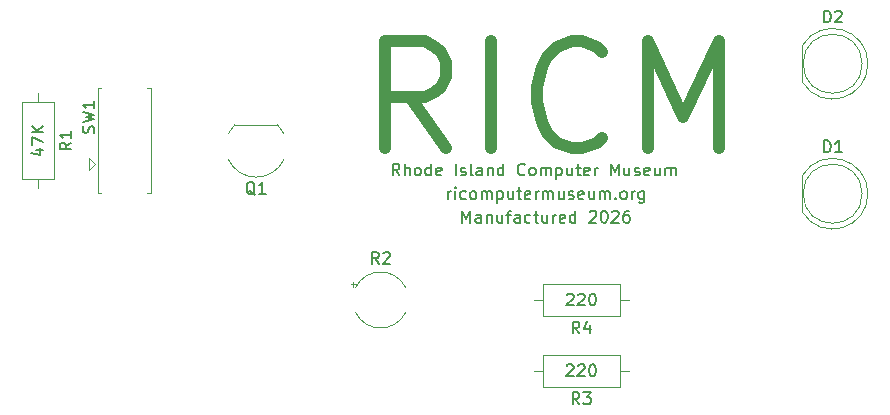
<source format=gbr>
%TF.GenerationSoftware,KiCad,Pcbnew,9.0.4*%
%TF.CreationDate,2026-01-28T21:56:10-05:00*%
%TF.ProjectId,learn_to_solder,6c656172-6e5f-4746-9f5f-736f6c646572,rev?*%
%TF.SameCoordinates,Original*%
%TF.FileFunction,Legend,Top*%
%TF.FilePolarity,Positive*%
%FSLAX46Y46*%
G04 Gerber Fmt 4.6, Leading zero omitted, Abs format (unit mm)*
G04 Created by KiCad (PCBNEW 9.0.4) date 2026-01-28 21:56:10*
%MOMM*%
%LPD*%
G01*
G04 APERTURE LIST*
%ADD10C,1.000000*%
%ADD11C,0.150000*%
%ADD12C,0.120000*%
G04 APERTURE END LIST*
D10*
X121500000Y-76111571D02*
X118500000Y-71825857D01*
X116357143Y-76111571D02*
X116357143Y-67111571D01*
X116357143Y-67111571D02*
X119785714Y-67111571D01*
X119785714Y-67111571D02*
X120642857Y-67540142D01*
X120642857Y-67540142D02*
X121071428Y-67968714D01*
X121071428Y-67968714D02*
X121500000Y-68825857D01*
X121500000Y-68825857D02*
X121500000Y-70111571D01*
X121500000Y-70111571D02*
X121071428Y-70968714D01*
X121071428Y-70968714D02*
X120642857Y-71397285D01*
X120642857Y-71397285D02*
X119785714Y-71825857D01*
X119785714Y-71825857D02*
X116357143Y-71825857D01*
X125357143Y-76111571D02*
X125357143Y-67111571D01*
X134785714Y-75254428D02*
X134357142Y-75683000D01*
X134357142Y-75683000D02*
X133071428Y-76111571D01*
X133071428Y-76111571D02*
X132214285Y-76111571D01*
X132214285Y-76111571D02*
X130928571Y-75683000D01*
X130928571Y-75683000D02*
X130071428Y-74825857D01*
X130071428Y-74825857D02*
X129642857Y-73968714D01*
X129642857Y-73968714D02*
X129214285Y-72254428D01*
X129214285Y-72254428D02*
X129214285Y-70968714D01*
X129214285Y-70968714D02*
X129642857Y-69254428D01*
X129642857Y-69254428D02*
X130071428Y-68397285D01*
X130071428Y-68397285D02*
X130928571Y-67540142D01*
X130928571Y-67540142D02*
X132214285Y-67111571D01*
X132214285Y-67111571D02*
X133071428Y-67111571D01*
X133071428Y-67111571D02*
X134357142Y-67540142D01*
X134357142Y-67540142D02*
X134785714Y-67968714D01*
X138642857Y-76111571D02*
X138642857Y-67111571D01*
X138642857Y-67111571D02*
X141642857Y-73540142D01*
X141642857Y-73540142D02*
X144642857Y-67111571D01*
X144642857Y-67111571D02*
X144642857Y-76111571D01*
D11*
X131761905Y-88550057D02*
X131809524Y-88502438D01*
X131809524Y-88502438D02*
X131904762Y-88454819D01*
X131904762Y-88454819D02*
X132142857Y-88454819D01*
X132142857Y-88454819D02*
X132238095Y-88502438D01*
X132238095Y-88502438D02*
X132285714Y-88550057D01*
X132285714Y-88550057D02*
X132333333Y-88645295D01*
X132333333Y-88645295D02*
X132333333Y-88740533D01*
X132333333Y-88740533D02*
X132285714Y-88883390D01*
X132285714Y-88883390D02*
X131714286Y-89454819D01*
X131714286Y-89454819D02*
X132333333Y-89454819D01*
X132714286Y-88550057D02*
X132761905Y-88502438D01*
X132761905Y-88502438D02*
X132857143Y-88454819D01*
X132857143Y-88454819D02*
X133095238Y-88454819D01*
X133095238Y-88454819D02*
X133190476Y-88502438D01*
X133190476Y-88502438D02*
X133238095Y-88550057D01*
X133238095Y-88550057D02*
X133285714Y-88645295D01*
X133285714Y-88645295D02*
X133285714Y-88740533D01*
X133285714Y-88740533D02*
X133238095Y-88883390D01*
X133238095Y-88883390D02*
X132666667Y-89454819D01*
X132666667Y-89454819D02*
X133285714Y-89454819D01*
X133904762Y-88454819D02*
X134000000Y-88454819D01*
X134000000Y-88454819D02*
X134095238Y-88502438D01*
X134095238Y-88502438D02*
X134142857Y-88550057D01*
X134142857Y-88550057D02*
X134190476Y-88645295D01*
X134190476Y-88645295D02*
X134238095Y-88835771D01*
X134238095Y-88835771D02*
X134238095Y-89073866D01*
X134238095Y-89073866D02*
X134190476Y-89264342D01*
X134190476Y-89264342D02*
X134142857Y-89359580D01*
X134142857Y-89359580D02*
X134095238Y-89407200D01*
X134095238Y-89407200D02*
X134000000Y-89454819D01*
X134000000Y-89454819D02*
X133904762Y-89454819D01*
X133904762Y-89454819D02*
X133809524Y-89407200D01*
X133809524Y-89407200D02*
X133761905Y-89359580D01*
X133761905Y-89359580D02*
X133714286Y-89264342D01*
X133714286Y-89264342D02*
X133666667Y-89073866D01*
X133666667Y-89073866D02*
X133666667Y-88835771D01*
X133666667Y-88835771D02*
X133714286Y-88645295D01*
X133714286Y-88645295D02*
X133761905Y-88550057D01*
X133761905Y-88550057D02*
X133809524Y-88502438D01*
X133809524Y-88502438D02*
X133904762Y-88454819D01*
X86788152Y-76285714D02*
X87454819Y-76285714D01*
X86407200Y-76523809D02*
X87121485Y-76761904D01*
X87121485Y-76761904D02*
X87121485Y-76142857D01*
X86454819Y-75857142D02*
X86454819Y-75190476D01*
X86454819Y-75190476D02*
X87454819Y-75619047D01*
X87454819Y-74809523D02*
X86454819Y-74809523D01*
X87454819Y-74238095D02*
X86883390Y-74666666D01*
X86454819Y-74238095D02*
X87026247Y-74809523D01*
X131761905Y-94550057D02*
X131809524Y-94502438D01*
X131809524Y-94502438D02*
X131904762Y-94454819D01*
X131904762Y-94454819D02*
X132142857Y-94454819D01*
X132142857Y-94454819D02*
X132238095Y-94502438D01*
X132238095Y-94502438D02*
X132285714Y-94550057D01*
X132285714Y-94550057D02*
X132333333Y-94645295D01*
X132333333Y-94645295D02*
X132333333Y-94740533D01*
X132333333Y-94740533D02*
X132285714Y-94883390D01*
X132285714Y-94883390D02*
X131714286Y-95454819D01*
X131714286Y-95454819D02*
X132333333Y-95454819D01*
X132714286Y-94550057D02*
X132761905Y-94502438D01*
X132761905Y-94502438D02*
X132857143Y-94454819D01*
X132857143Y-94454819D02*
X133095238Y-94454819D01*
X133095238Y-94454819D02*
X133190476Y-94502438D01*
X133190476Y-94502438D02*
X133238095Y-94550057D01*
X133238095Y-94550057D02*
X133285714Y-94645295D01*
X133285714Y-94645295D02*
X133285714Y-94740533D01*
X133285714Y-94740533D02*
X133238095Y-94883390D01*
X133238095Y-94883390D02*
X132666667Y-95454819D01*
X132666667Y-95454819D02*
X133285714Y-95454819D01*
X133904762Y-94454819D02*
X134000000Y-94454819D01*
X134000000Y-94454819D02*
X134095238Y-94502438D01*
X134095238Y-94502438D02*
X134142857Y-94550057D01*
X134142857Y-94550057D02*
X134190476Y-94645295D01*
X134190476Y-94645295D02*
X134238095Y-94835771D01*
X134238095Y-94835771D02*
X134238095Y-95073866D01*
X134238095Y-95073866D02*
X134190476Y-95264342D01*
X134190476Y-95264342D02*
X134142857Y-95359580D01*
X134142857Y-95359580D02*
X134095238Y-95407200D01*
X134095238Y-95407200D02*
X134000000Y-95454819D01*
X134000000Y-95454819D02*
X133904762Y-95454819D01*
X133904762Y-95454819D02*
X133809524Y-95407200D01*
X133809524Y-95407200D02*
X133761905Y-95359580D01*
X133761905Y-95359580D02*
X133714286Y-95264342D01*
X133714286Y-95264342D02*
X133666667Y-95073866D01*
X133666667Y-95073866D02*
X133666667Y-94835771D01*
X133666667Y-94835771D02*
X133714286Y-94645295D01*
X133714286Y-94645295D02*
X133761905Y-94550057D01*
X133761905Y-94550057D02*
X133809524Y-94502438D01*
X133809524Y-94502438D02*
X133904762Y-94454819D01*
X122928570Y-82454819D02*
X122928570Y-81454819D01*
X122928570Y-81454819D02*
X123261903Y-82169104D01*
X123261903Y-82169104D02*
X123595236Y-81454819D01*
X123595236Y-81454819D02*
X123595236Y-82454819D01*
X124499998Y-82454819D02*
X124499998Y-81931009D01*
X124499998Y-81931009D02*
X124452379Y-81835771D01*
X124452379Y-81835771D02*
X124357141Y-81788152D01*
X124357141Y-81788152D02*
X124166665Y-81788152D01*
X124166665Y-81788152D02*
X124071427Y-81835771D01*
X124499998Y-82407200D02*
X124404760Y-82454819D01*
X124404760Y-82454819D02*
X124166665Y-82454819D01*
X124166665Y-82454819D02*
X124071427Y-82407200D01*
X124071427Y-82407200D02*
X124023808Y-82311961D01*
X124023808Y-82311961D02*
X124023808Y-82216723D01*
X124023808Y-82216723D02*
X124071427Y-82121485D01*
X124071427Y-82121485D02*
X124166665Y-82073866D01*
X124166665Y-82073866D02*
X124404760Y-82073866D01*
X124404760Y-82073866D02*
X124499998Y-82026247D01*
X124976189Y-81788152D02*
X124976189Y-82454819D01*
X124976189Y-81883390D02*
X125023808Y-81835771D01*
X125023808Y-81835771D02*
X125119046Y-81788152D01*
X125119046Y-81788152D02*
X125261903Y-81788152D01*
X125261903Y-81788152D02*
X125357141Y-81835771D01*
X125357141Y-81835771D02*
X125404760Y-81931009D01*
X125404760Y-81931009D02*
X125404760Y-82454819D01*
X126309522Y-81788152D02*
X126309522Y-82454819D01*
X125880951Y-81788152D02*
X125880951Y-82311961D01*
X125880951Y-82311961D02*
X125928570Y-82407200D01*
X125928570Y-82407200D02*
X126023808Y-82454819D01*
X126023808Y-82454819D02*
X126166665Y-82454819D01*
X126166665Y-82454819D02*
X126261903Y-82407200D01*
X126261903Y-82407200D02*
X126309522Y-82359580D01*
X126642856Y-81788152D02*
X127023808Y-81788152D01*
X126785713Y-82454819D02*
X126785713Y-81597676D01*
X126785713Y-81597676D02*
X126833332Y-81502438D01*
X126833332Y-81502438D02*
X126928570Y-81454819D01*
X126928570Y-81454819D02*
X127023808Y-81454819D01*
X127785713Y-82454819D02*
X127785713Y-81931009D01*
X127785713Y-81931009D02*
X127738094Y-81835771D01*
X127738094Y-81835771D02*
X127642856Y-81788152D01*
X127642856Y-81788152D02*
X127452380Y-81788152D01*
X127452380Y-81788152D02*
X127357142Y-81835771D01*
X127785713Y-82407200D02*
X127690475Y-82454819D01*
X127690475Y-82454819D02*
X127452380Y-82454819D01*
X127452380Y-82454819D02*
X127357142Y-82407200D01*
X127357142Y-82407200D02*
X127309523Y-82311961D01*
X127309523Y-82311961D02*
X127309523Y-82216723D01*
X127309523Y-82216723D02*
X127357142Y-82121485D01*
X127357142Y-82121485D02*
X127452380Y-82073866D01*
X127452380Y-82073866D02*
X127690475Y-82073866D01*
X127690475Y-82073866D02*
X127785713Y-82026247D01*
X128690475Y-82407200D02*
X128595237Y-82454819D01*
X128595237Y-82454819D02*
X128404761Y-82454819D01*
X128404761Y-82454819D02*
X128309523Y-82407200D01*
X128309523Y-82407200D02*
X128261904Y-82359580D01*
X128261904Y-82359580D02*
X128214285Y-82264342D01*
X128214285Y-82264342D02*
X128214285Y-81978628D01*
X128214285Y-81978628D02*
X128261904Y-81883390D01*
X128261904Y-81883390D02*
X128309523Y-81835771D01*
X128309523Y-81835771D02*
X128404761Y-81788152D01*
X128404761Y-81788152D02*
X128595237Y-81788152D01*
X128595237Y-81788152D02*
X128690475Y-81835771D01*
X128976190Y-81788152D02*
X129357142Y-81788152D01*
X129119047Y-81454819D02*
X129119047Y-82311961D01*
X129119047Y-82311961D02*
X129166666Y-82407200D01*
X129166666Y-82407200D02*
X129261904Y-82454819D01*
X129261904Y-82454819D02*
X129357142Y-82454819D01*
X130119047Y-81788152D02*
X130119047Y-82454819D01*
X129690476Y-81788152D02*
X129690476Y-82311961D01*
X129690476Y-82311961D02*
X129738095Y-82407200D01*
X129738095Y-82407200D02*
X129833333Y-82454819D01*
X129833333Y-82454819D02*
X129976190Y-82454819D01*
X129976190Y-82454819D02*
X130071428Y-82407200D01*
X130071428Y-82407200D02*
X130119047Y-82359580D01*
X130595238Y-82454819D02*
X130595238Y-81788152D01*
X130595238Y-81978628D02*
X130642857Y-81883390D01*
X130642857Y-81883390D02*
X130690476Y-81835771D01*
X130690476Y-81835771D02*
X130785714Y-81788152D01*
X130785714Y-81788152D02*
X130880952Y-81788152D01*
X131595238Y-82407200D02*
X131500000Y-82454819D01*
X131500000Y-82454819D02*
X131309524Y-82454819D01*
X131309524Y-82454819D02*
X131214286Y-82407200D01*
X131214286Y-82407200D02*
X131166667Y-82311961D01*
X131166667Y-82311961D02*
X131166667Y-81931009D01*
X131166667Y-81931009D02*
X131214286Y-81835771D01*
X131214286Y-81835771D02*
X131309524Y-81788152D01*
X131309524Y-81788152D02*
X131500000Y-81788152D01*
X131500000Y-81788152D02*
X131595238Y-81835771D01*
X131595238Y-81835771D02*
X131642857Y-81931009D01*
X131642857Y-81931009D02*
X131642857Y-82026247D01*
X131642857Y-82026247D02*
X131166667Y-82121485D01*
X132500000Y-82454819D02*
X132500000Y-81454819D01*
X132500000Y-82407200D02*
X132404762Y-82454819D01*
X132404762Y-82454819D02*
X132214286Y-82454819D01*
X132214286Y-82454819D02*
X132119048Y-82407200D01*
X132119048Y-82407200D02*
X132071429Y-82359580D01*
X132071429Y-82359580D02*
X132023810Y-82264342D01*
X132023810Y-82264342D02*
X132023810Y-81978628D01*
X132023810Y-81978628D02*
X132071429Y-81883390D01*
X132071429Y-81883390D02*
X132119048Y-81835771D01*
X132119048Y-81835771D02*
X132214286Y-81788152D01*
X132214286Y-81788152D02*
X132404762Y-81788152D01*
X132404762Y-81788152D02*
X132500000Y-81835771D01*
X133690477Y-81550057D02*
X133738096Y-81502438D01*
X133738096Y-81502438D02*
X133833334Y-81454819D01*
X133833334Y-81454819D02*
X134071429Y-81454819D01*
X134071429Y-81454819D02*
X134166667Y-81502438D01*
X134166667Y-81502438D02*
X134214286Y-81550057D01*
X134214286Y-81550057D02*
X134261905Y-81645295D01*
X134261905Y-81645295D02*
X134261905Y-81740533D01*
X134261905Y-81740533D02*
X134214286Y-81883390D01*
X134214286Y-81883390D02*
X133642858Y-82454819D01*
X133642858Y-82454819D02*
X134261905Y-82454819D01*
X134880953Y-81454819D02*
X134976191Y-81454819D01*
X134976191Y-81454819D02*
X135071429Y-81502438D01*
X135071429Y-81502438D02*
X135119048Y-81550057D01*
X135119048Y-81550057D02*
X135166667Y-81645295D01*
X135166667Y-81645295D02*
X135214286Y-81835771D01*
X135214286Y-81835771D02*
X135214286Y-82073866D01*
X135214286Y-82073866D02*
X135166667Y-82264342D01*
X135166667Y-82264342D02*
X135119048Y-82359580D01*
X135119048Y-82359580D02*
X135071429Y-82407200D01*
X135071429Y-82407200D02*
X134976191Y-82454819D01*
X134976191Y-82454819D02*
X134880953Y-82454819D01*
X134880953Y-82454819D02*
X134785715Y-82407200D01*
X134785715Y-82407200D02*
X134738096Y-82359580D01*
X134738096Y-82359580D02*
X134690477Y-82264342D01*
X134690477Y-82264342D02*
X134642858Y-82073866D01*
X134642858Y-82073866D02*
X134642858Y-81835771D01*
X134642858Y-81835771D02*
X134690477Y-81645295D01*
X134690477Y-81645295D02*
X134738096Y-81550057D01*
X134738096Y-81550057D02*
X134785715Y-81502438D01*
X134785715Y-81502438D02*
X134880953Y-81454819D01*
X135595239Y-81550057D02*
X135642858Y-81502438D01*
X135642858Y-81502438D02*
X135738096Y-81454819D01*
X135738096Y-81454819D02*
X135976191Y-81454819D01*
X135976191Y-81454819D02*
X136071429Y-81502438D01*
X136071429Y-81502438D02*
X136119048Y-81550057D01*
X136119048Y-81550057D02*
X136166667Y-81645295D01*
X136166667Y-81645295D02*
X136166667Y-81740533D01*
X136166667Y-81740533D02*
X136119048Y-81883390D01*
X136119048Y-81883390D02*
X135547620Y-82454819D01*
X135547620Y-82454819D02*
X136166667Y-82454819D01*
X137023810Y-81454819D02*
X136833334Y-81454819D01*
X136833334Y-81454819D02*
X136738096Y-81502438D01*
X136738096Y-81502438D02*
X136690477Y-81550057D01*
X136690477Y-81550057D02*
X136595239Y-81692914D01*
X136595239Y-81692914D02*
X136547620Y-81883390D01*
X136547620Y-81883390D02*
X136547620Y-82264342D01*
X136547620Y-82264342D02*
X136595239Y-82359580D01*
X136595239Y-82359580D02*
X136642858Y-82407200D01*
X136642858Y-82407200D02*
X136738096Y-82454819D01*
X136738096Y-82454819D02*
X136928572Y-82454819D01*
X136928572Y-82454819D02*
X137023810Y-82407200D01*
X137023810Y-82407200D02*
X137071429Y-82359580D01*
X137071429Y-82359580D02*
X137119048Y-82264342D01*
X137119048Y-82264342D02*
X137119048Y-82026247D01*
X137119048Y-82026247D02*
X137071429Y-81931009D01*
X137071429Y-81931009D02*
X137023810Y-81883390D01*
X137023810Y-81883390D02*
X136928572Y-81835771D01*
X136928572Y-81835771D02*
X136738096Y-81835771D01*
X136738096Y-81835771D02*
X136642858Y-81883390D01*
X136642858Y-81883390D02*
X136595239Y-81931009D01*
X136595239Y-81931009D02*
X136547620Y-82026247D01*
X117595236Y-78454819D02*
X117261903Y-77978628D01*
X117023808Y-78454819D02*
X117023808Y-77454819D01*
X117023808Y-77454819D02*
X117404760Y-77454819D01*
X117404760Y-77454819D02*
X117499998Y-77502438D01*
X117499998Y-77502438D02*
X117547617Y-77550057D01*
X117547617Y-77550057D02*
X117595236Y-77645295D01*
X117595236Y-77645295D02*
X117595236Y-77788152D01*
X117595236Y-77788152D02*
X117547617Y-77883390D01*
X117547617Y-77883390D02*
X117499998Y-77931009D01*
X117499998Y-77931009D02*
X117404760Y-77978628D01*
X117404760Y-77978628D02*
X117023808Y-77978628D01*
X118023808Y-78454819D02*
X118023808Y-77454819D01*
X118452379Y-78454819D02*
X118452379Y-77931009D01*
X118452379Y-77931009D02*
X118404760Y-77835771D01*
X118404760Y-77835771D02*
X118309522Y-77788152D01*
X118309522Y-77788152D02*
X118166665Y-77788152D01*
X118166665Y-77788152D02*
X118071427Y-77835771D01*
X118071427Y-77835771D02*
X118023808Y-77883390D01*
X119071427Y-78454819D02*
X118976189Y-78407200D01*
X118976189Y-78407200D02*
X118928570Y-78359580D01*
X118928570Y-78359580D02*
X118880951Y-78264342D01*
X118880951Y-78264342D02*
X118880951Y-77978628D01*
X118880951Y-77978628D02*
X118928570Y-77883390D01*
X118928570Y-77883390D02*
X118976189Y-77835771D01*
X118976189Y-77835771D02*
X119071427Y-77788152D01*
X119071427Y-77788152D02*
X119214284Y-77788152D01*
X119214284Y-77788152D02*
X119309522Y-77835771D01*
X119309522Y-77835771D02*
X119357141Y-77883390D01*
X119357141Y-77883390D02*
X119404760Y-77978628D01*
X119404760Y-77978628D02*
X119404760Y-78264342D01*
X119404760Y-78264342D02*
X119357141Y-78359580D01*
X119357141Y-78359580D02*
X119309522Y-78407200D01*
X119309522Y-78407200D02*
X119214284Y-78454819D01*
X119214284Y-78454819D02*
X119071427Y-78454819D01*
X120261903Y-78454819D02*
X120261903Y-77454819D01*
X120261903Y-78407200D02*
X120166665Y-78454819D01*
X120166665Y-78454819D02*
X119976189Y-78454819D01*
X119976189Y-78454819D02*
X119880951Y-78407200D01*
X119880951Y-78407200D02*
X119833332Y-78359580D01*
X119833332Y-78359580D02*
X119785713Y-78264342D01*
X119785713Y-78264342D02*
X119785713Y-77978628D01*
X119785713Y-77978628D02*
X119833332Y-77883390D01*
X119833332Y-77883390D02*
X119880951Y-77835771D01*
X119880951Y-77835771D02*
X119976189Y-77788152D01*
X119976189Y-77788152D02*
X120166665Y-77788152D01*
X120166665Y-77788152D02*
X120261903Y-77835771D01*
X121119046Y-78407200D02*
X121023808Y-78454819D01*
X121023808Y-78454819D02*
X120833332Y-78454819D01*
X120833332Y-78454819D02*
X120738094Y-78407200D01*
X120738094Y-78407200D02*
X120690475Y-78311961D01*
X120690475Y-78311961D02*
X120690475Y-77931009D01*
X120690475Y-77931009D02*
X120738094Y-77835771D01*
X120738094Y-77835771D02*
X120833332Y-77788152D01*
X120833332Y-77788152D02*
X121023808Y-77788152D01*
X121023808Y-77788152D02*
X121119046Y-77835771D01*
X121119046Y-77835771D02*
X121166665Y-77931009D01*
X121166665Y-77931009D02*
X121166665Y-78026247D01*
X121166665Y-78026247D02*
X120690475Y-78121485D01*
X122357142Y-78454819D02*
X122357142Y-77454819D01*
X122785713Y-78407200D02*
X122880951Y-78454819D01*
X122880951Y-78454819D02*
X123071427Y-78454819D01*
X123071427Y-78454819D02*
X123166665Y-78407200D01*
X123166665Y-78407200D02*
X123214284Y-78311961D01*
X123214284Y-78311961D02*
X123214284Y-78264342D01*
X123214284Y-78264342D02*
X123166665Y-78169104D01*
X123166665Y-78169104D02*
X123071427Y-78121485D01*
X123071427Y-78121485D02*
X122928570Y-78121485D01*
X122928570Y-78121485D02*
X122833332Y-78073866D01*
X122833332Y-78073866D02*
X122785713Y-77978628D01*
X122785713Y-77978628D02*
X122785713Y-77931009D01*
X122785713Y-77931009D02*
X122833332Y-77835771D01*
X122833332Y-77835771D02*
X122928570Y-77788152D01*
X122928570Y-77788152D02*
X123071427Y-77788152D01*
X123071427Y-77788152D02*
X123166665Y-77835771D01*
X123785713Y-78454819D02*
X123690475Y-78407200D01*
X123690475Y-78407200D02*
X123642856Y-78311961D01*
X123642856Y-78311961D02*
X123642856Y-77454819D01*
X124595237Y-78454819D02*
X124595237Y-77931009D01*
X124595237Y-77931009D02*
X124547618Y-77835771D01*
X124547618Y-77835771D02*
X124452380Y-77788152D01*
X124452380Y-77788152D02*
X124261904Y-77788152D01*
X124261904Y-77788152D02*
X124166666Y-77835771D01*
X124595237Y-78407200D02*
X124499999Y-78454819D01*
X124499999Y-78454819D02*
X124261904Y-78454819D01*
X124261904Y-78454819D02*
X124166666Y-78407200D01*
X124166666Y-78407200D02*
X124119047Y-78311961D01*
X124119047Y-78311961D02*
X124119047Y-78216723D01*
X124119047Y-78216723D02*
X124166666Y-78121485D01*
X124166666Y-78121485D02*
X124261904Y-78073866D01*
X124261904Y-78073866D02*
X124499999Y-78073866D01*
X124499999Y-78073866D02*
X124595237Y-78026247D01*
X125071428Y-77788152D02*
X125071428Y-78454819D01*
X125071428Y-77883390D02*
X125119047Y-77835771D01*
X125119047Y-77835771D02*
X125214285Y-77788152D01*
X125214285Y-77788152D02*
X125357142Y-77788152D01*
X125357142Y-77788152D02*
X125452380Y-77835771D01*
X125452380Y-77835771D02*
X125499999Y-77931009D01*
X125499999Y-77931009D02*
X125499999Y-78454819D01*
X126404761Y-78454819D02*
X126404761Y-77454819D01*
X126404761Y-78407200D02*
X126309523Y-78454819D01*
X126309523Y-78454819D02*
X126119047Y-78454819D01*
X126119047Y-78454819D02*
X126023809Y-78407200D01*
X126023809Y-78407200D02*
X125976190Y-78359580D01*
X125976190Y-78359580D02*
X125928571Y-78264342D01*
X125928571Y-78264342D02*
X125928571Y-77978628D01*
X125928571Y-77978628D02*
X125976190Y-77883390D01*
X125976190Y-77883390D02*
X126023809Y-77835771D01*
X126023809Y-77835771D02*
X126119047Y-77788152D01*
X126119047Y-77788152D02*
X126309523Y-77788152D01*
X126309523Y-77788152D02*
X126404761Y-77835771D01*
X128214285Y-78359580D02*
X128166666Y-78407200D01*
X128166666Y-78407200D02*
X128023809Y-78454819D01*
X128023809Y-78454819D02*
X127928571Y-78454819D01*
X127928571Y-78454819D02*
X127785714Y-78407200D01*
X127785714Y-78407200D02*
X127690476Y-78311961D01*
X127690476Y-78311961D02*
X127642857Y-78216723D01*
X127642857Y-78216723D02*
X127595238Y-78026247D01*
X127595238Y-78026247D02*
X127595238Y-77883390D01*
X127595238Y-77883390D02*
X127642857Y-77692914D01*
X127642857Y-77692914D02*
X127690476Y-77597676D01*
X127690476Y-77597676D02*
X127785714Y-77502438D01*
X127785714Y-77502438D02*
X127928571Y-77454819D01*
X127928571Y-77454819D02*
X128023809Y-77454819D01*
X128023809Y-77454819D02*
X128166666Y-77502438D01*
X128166666Y-77502438D02*
X128214285Y-77550057D01*
X128785714Y-78454819D02*
X128690476Y-78407200D01*
X128690476Y-78407200D02*
X128642857Y-78359580D01*
X128642857Y-78359580D02*
X128595238Y-78264342D01*
X128595238Y-78264342D02*
X128595238Y-77978628D01*
X128595238Y-77978628D02*
X128642857Y-77883390D01*
X128642857Y-77883390D02*
X128690476Y-77835771D01*
X128690476Y-77835771D02*
X128785714Y-77788152D01*
X128785714Y-77788152D02*
X128928571Y-77788152D01*
X128928571Y-77788152D02*
X129023809Y-77835771D01*
X129023809Y-77835771D02*
X129071428Y-77883390D01*
X129071428Y-77883390D02*
X129119047Y-77978628D01*
X129119047Y-77978628D02*
X129119047Y-78264342D01*
X129119047Y-78264342D02*
X129071428Y-78359580D01*
X129071428Y-78359580D02*
X129023809Y-78407200D01*
X129023809Y-78407200D02*
X128928571Y-78454819D01*
X128928571Y-78454819D02*
X128785714Y-78454819D01*
X129547619Y-78454819D02*
X129547619Y-77788152D01*
X129547619Y-77883390D02*
X129595238Y-77835771D01*
X129595238Y-77835771D02*
X129690476Y-77788152D01*
X129690476Y-77788152D02*
X129833333Y-77788152D01*
X129833333Y-77788152D02*
X129928571Y-77835771D01*
X129928571Y-77835771D02*
X129976190Y-77931009D01*
X129976190Y-77931009D02*
X129976190Y-78454819D01*
X129976190Y-77931009D02*
X130023809Y-77835771D01*
X130023809Y-77835771D02*
X130119047Y-77788152D01*
X130119047Y-77788152D02*
X130261904Y-77788152D01*
X130261904Y-77788152D02*
X130357143Y-77835771D01*
X130357143Y-77835771D02*
X130404762Y-77931009D01*
X130404762Y-77931009D02*
X130404762Y-78454819D01*
X130880952Y-77788152D02*
X130880952Y-78788152D01*
X130880952Y-77835771D02*
X130976190Y-77788152D01*
X130976190Y-77788152D02*
X131166666Y-77788152D01*
X131166666Y-77788152D02*
X131261904Y-77835771D01*
X131261904Y-77835771D02*
X131309523Y-77883390D01*
X131309523Y-77883390D02*
X131357142Y-77978628D01*
X131357142Y-77978628D02*
X131357142Y-78264342D01*
X131357142Y-78264342D02*
X131309523Y-78359580D01*
X131309523Y-78359580D02*
X131261904Y-78407200D01*
X131261904Y-78407200D02*
X131166666Y-78454819D01*
X131166666Y-78454819D02*
X130976190Y-78454819D01*
X130976190Y-78454819D02*
X130880952Y-78407200D01*
X132214285Y-77788152D02*
X132214285Y-78454819D01*
X131785714Y-77788152D02*
X131785714Y-78311961D01*
X131785714Y-78311961D02*
X131833333Y-78407200D01*
X131833333Y-78407200D02*
X131928571Y-78454819D01*
X131928571Y-78454819D02*
X132071428Y-78454819D01*
X132071428Y-78454819D02*
X132166666Y-78407200D01*
X132166666Y-78407200D02*
X132214285Y-78359580D01*
X132547619Y-77788152D02*
X132928571Y-77788152D01*
X132690476Y-77454819D02*
X132690476Y-78311961D01*
X132690476Y-78311961D02*
X132738095Y-78407200D01*
X132738095Y-78407200D02*
X132833333Y-78454819D01*
X132833333Y-78454819D02*
X132928571Y-78454819D01*
X133642857Y-78407200D02*
X133547619Y-78454819D01*
X133547619Y-78454819D02*
X133357143Y-78454819D01*
X133357143Y-78454819D02*
X133261905Y-78407200D01*
X133261905Y-78407200D02*
X133214286Y-78311961D01*
X133214286Y-78311961D02*
X133214286Y-77931009D01*
X133214286Y-77931009D02*
X133261905Y-77835771D01*
X133261905Y-77835771D02*
X133357143Y-77788152D01*
X133357143Y-77788152D02*
X133547619Y-77788152D01*
X133547619Y-77788152D02*
X133642857Y-77835771D01*
X133642857Y-77835771D02*
X133690476Y-77931009D01*
X133690476Y-77931009D02*
X133690476Y-78026247D01*
X133690476Y-78026247D02*
X133214286Y-78121485D01*
X134119048Y-78454819D02*
X134119048Y-77788152D01*
X134119048Y-77978628D02*
X134166667Y-77883390D01*
X134166667Y-77883390D02*
X134214286Y-77835771D01*
X134214286Y-77835771D02*
X134309524Y-77788152D01*
X134309524Y-77788152D02*
X134404762Y-77788152D01*
X135500001Y-78454819D02*
X135500001Y-77454819D01*
X135500001Y-77454819D02*
X135833334Y-78169104D01*
X135833334Y-78169104D02*
X136166667Y-77454819D01*
X136166667Y-77454819D02*
X136166667Y-78454819D01*
X137071429Y-77788152D02*
X137071429Y-78454819D01*
X136642858Y-77788152D02*
X136642858Y-78311961D01*
X136642858Y-78311961D02*
X136690477Y-78407200D01*
X136690477Y-78407200D02*
X136785715Y-78454819D01*
X136785715Y-78454819D02*
X136928572Y-78454819D01*
X136928572Y-78454819D02*
X137023810Y-78407200D01*
X137023810Y-78407200D02*
X137071429Y-78359580D01*
X137500001Y-78407200D02*
X137595239Y-78454819D01*
X137595239Y-78454819D02*
X137785715Y-78454819D01*
X137785715Y-78454819D02*
X137880953Y-78407200D01*
X137880953Y-78407200D02*
X137928572Y-78311961D01*
X137928572Y-78311961D02*
X137928572Y-78264342D01*
X137928572Y-78264342D02*
X137880953Y-78169104D01*
X137880953Y-78169104D02*
X137785715Y-78121485D01*
X137785715Y-78121485D02*
X137642858Y-78121485D01*
X137642858Y-78121485D02*
X137547620Y-78073866D01*
X137547620Y-78073866D02*
X137500001Y-77978628D01*
X137500001Y-77978628D02*
X137500001Y-77931009D01*
X137500001Y-77931009D02*
X137547620Y-77835771D01*
X137547620Y-77835771D02*
X137642858Y-77788152D01*
X137642858Y-77788152D02*
X137785715Y-77788152D01*
X137785715Y-77788152D02*
X137880953Y-77835771D01*
X138738096Y-78407200D02*
X138642858Y-78454819D01*
X138642858Y-78454819D02*
X138452382Y-78454819D01*
X138452382Y-78454819D02*
X138357144Y-78407200D01*
X138357144Y-78407200D02*
X138309525Y-78311961D01*
X138309525Y-78311961D02*
X138309525Y-77931009D01*
X138309525Y-77931009D02*
X138357144Y-77835771D01*
X138357144Y-77835771D02*
X138452382Y-77788152D01*
X138452382Y-77788152D02*
X138642858Y-77788152D01*
X138642858Y-77788152D02*
X138738096Y-77835771D01*
X138738096Y-77835771D02*
X138785715Y-77931009D01*
X138785715Y-77931009D02*
X138785715Y-78026247D01*
X138785715Y-78026247D02*
X138309525Y-78121485D01*
X139642858Y-77788152D02*
X139642858Y-78454819D01*
X139214287Y-77788152D02*
X139214287Y-78311961D01*
X139214287Y-78311961D02*
X139261906Y-78407200D01*
X139261906Y-78407200D02*
X139357144Y-78454819D01*
X139357144Y-78454819D02*
X139500001Y-78454819D01*
X139500001Y-78454819D02*
X139595239Y-78407200D01*
X139595239Y-78407200D02*
X139642858Y-78359580D01*
X140119049Y-78454819D02*
X140119049Y-77788152D01*
X140119049Y-77883390D02*
X140166668Y-77835771D01*
X140166668Y-77835771D02*
X140261906Y-77788152D01*
X140261906Y-77788152D02*
X140404763Y-77788152D01*
X140404763Y-77788152D02*
X140500001Y-77835771D01*
X140500001Y-77835771D02*
X140547620Y-77931009D01*
X140547620Y-77931009D02*
X140547620Y-78454819D01*
X140547620Y-77931009D02*
X140595239Y-77835771D01*
X140595239Y-77835771D02*
X140690477Y-77788152D01*
X140690477Y-77788152D02*
X140833334Y-77788152D01*
X140833334Y-77788152D02*
X140928573Y-77835771D01*
X140928573Y-77835771D02*
X140976192Y-77931009D01*
X140976192Y-77931009D02*
X140976192Y-78454819D01*
X121690476Y-80454819D02*
X121690476Y-79788152D01*
X121690476Y-79978628D02*
X121738095Y-79883390D01*
X121738095Y-79883390D02*
X121785714Y-79835771D01*
X121785714Y-79835771D02*
X121880952Y-79788152D01*
X121880952Y-79788152D02*
X121976190Y-79788152D01*
X122309524Y-80454819D02*
X122309524Y-79788152D01*
X122309524Y-79454819D02*
X122261905Y-79502438D01*
X122261905Y-79502438D02*
X122309524Y-79550057D01*
X122309524Y-79550057D02*
X122357143Y-79502438D01*
X122357143Y-79502438D02*
X122309524Y-79454819D01*
X122309524Y-79454819D02*
X122309524Y-79550057D01*
X123214285Y-80407200D02*
X123119047Y-80454819D01*
X123119047Y-80454819D02*
X122928571Y-80454819D01*
X122928571Y-80454819D02*
X122833333Y-80407200D01*
X122833333Y-80407200D02*
X122785714Y-80359580D01*
X122785714Y-80359580D02*
X122738095Y-80264342D01*
X122738095Y-80264342D02*
X122738095Y-79978628D01*
X122738095Y-79978628D02*
X122785714Y-79883390D01*
X122785714Y-79883390D02*
X122833333Y-79835771D01*
X122833333Y-79835771D02*
X122928571Y-79788152D01*
X122928571Y-79788152D02*
X123119047Y-79788152D01*
X123119047Y-79788152D02*
X123214285Y-79835771D01*
X123785714Y-80454819D02*
X123690476Y-80407200D01*
X123690476Y-80407200D02*
X123642857Y-80359580D01*
X123642857Y-80359580D02*
X123595238Y-80264342D01*
X123595238Y-80264342D02*
X123595238Y-79978628D01*
X123595238Y-79978628D02*
X123642857Y-79883390D01*
X123642857Y-79883390D02*
X123690476Y-79835771D01*
X123690476Y-79835771D02*
X123785714Y-79788152D01*
X123785714Y-79788152D02*
X123928571Y-79788152D01*
X123928571Y-79788152D02*
X124023809Y-79835771D01*
X124023809Y-79835771D02*
X124071428Y-79883390D01*
X124071428Y-79883390D02*
X124119047Y-79978628D01*
X124119047Y-79978628D02*
X124119047Y-80264342D01*
X124119047Y-80264342D02*
X124071428Y-80359580D01*
X124071428Y-80359580D02*
X124023809Y-80407200D01*
X124023809Y-80407200D02*
X123928571Y-80454819D01*
X123928571Y-80454819D02*
X123785714Y-80454819D01*
X124547619Y-80454819D02*
X124547619Y-79788152D01*
X124547619Y-79883390D02*
X124595238Y-79835771D01*
X124595238Y-79835771D02*
X124690476Y-79788152D01*
X124690476Y-79788152D02*
X124833333Y-79788152D01*
X124833333Y-79788152D02*
X124928571Y-79835771D01*
X124928571Y-79835771D02*
X124976190Y-79931009D01*
X124976190Y-79931009D02*
X124976190Y-80454819D01*
X124976190Y-79931009D02*
X125023809Y-79835771D01*
X125023809Y-79835771D02*
X125119047Y-79788152D01*
X125119047Y-79788152D02*
X125261904Y-79788152D01*
X125261904Y-79788152D02*
X125357143Y-79835771D01*
X125357143Y-79835771D02*
X125404762Y-79931009D01*
X125404762Y-79931009D02*
X125404762Y-80454819D01*
X125880952Y-79788152D02*
X125880952Y-80788152D01*
X125880952Y-79835771D02*
X125976190Y-79788152D01*
X125976190Y-79788152D02*
X126166666Y-79788152D01*
X126166666Y-79788152D02*
X126261904Y-79835771D01*
X126261904Y-79835771D02*
X126309523Y-79883390D01*
X126309523Y-79883390D02*
X126357142Y-79978628D01*
X126357142Y-79978628D02*
X126357142Y-80264342D01*
X126357142Y-80264342D02*
X126309523Y-80359580D01*
X126309523Y-80359580D02*
X126261904Y-80407200D01*
X126261904Y-80407200D02*
X126166666Y-80454819D01*
X126166666Y-80454819D02*
X125976190Y-80454819D01*
X125976190Y-80454819D02*
X125880952Y-80407200D01*
X127214285Y-79788152D02*
X127214285Y-80454819D01*
X126785714Y-79788152D02*
X126785714Y-80311961D01*
X126785714Y-80311961D02*
X126833333Y-80407200D01*
X126833333Y-80407200D02*
X126928571Y-80454819D01*
X126928571Y-80454819D02*
X127071428Y-80454819D01*
X127071428Y-80454819D02*
X127166666Y-80407200D01*
X127166666Y-80407200D02*
X127214285Y-80359580D01*
X127547619Y-79788152D02*
X127928571Y-79788152D01*
X127690476Y-79454819D02*
X127690476Y-80311961D01*
X127690476Y-80311961D02*
X127738095Y-80407200D01*
X127738095Y-80407200D02*
X127833333Y-80454819D01*
X127833333Y-80454819D02*
X127928571Y-80454819D01*
X128642857Y-80407200D02*
X128547619Y-80454819D01*
X128547619Y-80454819D02*
X128357143Y-80454819D01*
X128357143Y-80454819D02*
X128261905Y-80407200D01*
X128261905Y-80407200D02*
X128214286Y-80311961D01*
X128214286Y-80311961D02*
X128214286Y-79931009D01*
X128214286Y-79931009D02*
X128261905Y-79835771D01*
X128261905Y-79835771D02*
X128357143Y-79788152D01*
X128357143Y-79788152D02*
X128547619Y-79788152D01*
X128547619Y-79788152D02*
X128642857Y-79835771D01*
X128642857Y-79835771D02*
X128690476Y-79931009D01*
X128690476Y-79931009D02*
X128690476Y-80026247D01*
X128690476Y-80026247D02*
X128214286Y-80121485D01*
X129119048Y-80454819D02*
X129119048Y-79788152D01*
X129119048Y-79978628D02*
X129166667Y-79883390D01*
X129166667Y-79883390D02*
X129214286Y-79835771D01*
X129214286Y-79835771D02*
X129309524Y-79788152D01*
X129309524Y-79788152D02*
X129404762Y-79788152D01*
X129738096Y-80454819D02*
X129738096Y-79788152D01*
X129738096Y-79883390D02*
X129785715Y-79835771D01*
X129785715Y-79835771D02*
X129880953Y-79788152D01*
X129880953Y-79788152D02*
X130023810Y-79788152D01*
X130023810Y-79788152D02*
X130119048Y-79835771D01*
X130119048Y-79835771D02*
X130166667Y-79931009D01*
X130166667Y-79931009D02*
X130166667Y-80454819D01*
X130166667Y-79931009D02*
X130214286Y-79835771D01*
X130214286Y-79835771D02*
X130309524Y-79788152D01*
X130309524Y-79788152D02*
X130452381Y-79788152D01*
X130452381Y-79788152D02*
X130547620Y-79835771D01*
X130547620Y-79835771D02*
X130595239Y-79931009D01*
X130595239Y-79931009D02*
X130595239Y-80454819D01*
X131500000Y-79788152D02*
X131500000Y-80454819D01*
X131071429Y-79788152D02*
X131071429Y-80311961D01*
X131071429Y-80311961D02*
X131119048Y-80407200D01*
X131119048Y-80407200D02*
X131214286Y-80454819D01*
X131214286Y-80454819D02*
X131357143Y-80454819D01*
X131357143Y-80454819D02*
X131452381Y-80407200D01*
X131452381Y-80407200D02*
X131500000Y-80359580D01*
X131928572Y-80407200D02*
X132023810Y-80454819D01*
X132023810Y-80454819D02*
X132214286Y-80454819D01*
X132214286Y-80454819D02*
X132309524Y-80407200D01*
X132309524Y-80407200D02*
X132357143Y-80311961D01*
X132357143Y-80311961D02*
X132357143Y-80264342D01*
X132357143Y-80264342D02*
X132309524Y-80169104D01*
X132309524Y-80169104D02*
X132214286Y-80121485D01*
X132214286Y-80121485D02*
X132071429Y-80121485D01*
X132071429Y-80121485D02*
X131976191Y-80073866D01*
X131976191Y-80073866D02*
X131928572Y-79978628D01*
X131928572Y-79978628D02*
X131928572Y-79931009D01*
X131928572Y-79931009D02*
X131976191Y-79835771D01*
X131976191Y-79835771D02*
X132071429Y-79788152D01*
X132071429Y-79788152D02*
X132214286Y-79788152D01*
X132214286Y-79788152D02*
X132309524Y-79835771D01*
X133166667Y-80407200D02*
X133071429Y-80454819D01*
X133071429Y-80454819D02*
X132880953Y-80454819D01*
X132880953Y-80454819D02*
X132785715Y-80407200D01*
X132785715Y-80407200D02*
X132738096Y-80311961D01*
X132738096Y-80311961D02*
X132738096Y-79931009D01*
X132738096Y-79931009D02*
X132785715Y-79835771D01*
X132785715Y-79835771D02*
X132880953Y-79788152D01*
X132880953Y-79788152D02*
X133071429Y-79788152D01*
X133071429Y-79788152D02*
X133166667Y-79835771D01*
X133166667Y-79835771D02*
X133214286Y-79931009D01*
X133214286Y-79931009D02*
X133214286Y-80026247D01*
X133214286Y-80026247D02*
X132738096Y-80121485D01*
X134071429Y-79788152D02*
X134071429Y-80454819D01*
X133642858Y-79788152D02*
X133642858Y-80311961D01*
X133642858Y-80311961D02*
X133690477Y-80407200D01*
X133690477Y-80407200D02*
X133785715Y-80454819D01*
X133785715Y-80454819D02*
X133928572Y-80454819D01*
X133928572Y-80454819D02*
X134023810Y-80407200D01*
X134023810Y-80407200D02*
X134071429Y-80359580D01*
X134547620Y-80454819D02*
X134547620Y-79788152D01*
X134547620Y-79883390D02*
X134595239Y-79835771D01*
X134595239Y-79835771D02*
X134690477Y-79788152D01*
X134690477Y-79788152D02*
X134833334Y-79788152D01*
X134833334Y-79788152D02*
X134928572Y-79835771D01*
X134928572Y-79835771D02*
X134976191Y-79931009D01*
X134976191Y-79931009D02*
X134976191Y-80454819D01*
X134976191Y-79931009D02*
X135023810Y-79835771D01*
X135023810Y-79835771D02*
X135119048Y-79788152D01*
X135119048Y-79788152D02*
X135261905Y-79788152D01*
X135261905Y-79788152D02*
X135357144Y-79835771D01*
X135357144Y-79835771D02*
X135404763Y-79931009D01*
X135404763Y-79931009D02*
X135404763Y-80454819D01*
X135880953Y-80359580D02*
X135928572Y-80407200D01*
X135928572Y-80407200D02*
X135880953Y-80454819D01*
X135880953Y-80454819D02*
X135833334Y-80407200D01*
X135833334Y-80407200D02*
X135880953Y-80359580D01*
X135880953Y-80359580D02*
X135880953Y-80454819D01*
X136500000Y-80454819D02*
X136404762Y-80407200D01*
X136404762Y-80407200D02*
X136357143Y-80359580D01*
X136357143Y-80359580D02*
X136309524Y-80264342D01*
X136309524Y-80264342D02*
X136309524Y-79978628D01*
X136309524Y-79978628D02*
X136357143Y-79883390D01*
X136357143Y-79883390D02*
X136404762Y-79835771D01*
X136404762Y-79835771D02*
X136500000Y-79788152D01*
X136500000Y-79788152D02*
X136642857Y-79788152D01*
X136642857Y-79788152D02*
X136738095Y-79835771D01*
X136738095Y-79835771D02*
X136785714Y-79883390D01*
X136785714Y-79883390D02*
X136833333Y-79978628D01*
X136833333Y-79978628D02*
X136833333Y-80264342D01*
X136833333Y-80264342D02*
X136785714Y-80359580D01*
X136785714Y-80359580D02*
X136738095Y-80407200D01*
X136738095Y-80407200D02*
X136642857Y-80454819D01*
X136642857Y-80454819D02*
X136500000Y-80454819D01*
X137261905Y-80454819D02*
X137261905Y-79788152D01*
X137261905Y-79978628D02*
X137309524Y-79883390D01*
X137309524Y-79883390D02*
X137357143Y-79835771D01*
X137357143Y-79835771D02*
X137452381Y-79788152D01*
X137452381Y-79788152D02*
X137547619Y-79788152D01*
X138309524Y-79788152D02*
X138309524Y-80597676D01*
X138309524Y-80597676D02*
X138261905Y-80692914D01*
X138261905Y-80692914D02*
X138214286Y-80740533D01*
X138214286Y-80740533D02*
X138119048Y-80788152D01*
X138119048Y-80788152D02*
X137976191Y-80788152D01*
X137976191Y-80788152D02*
X137880953Y-80740533D01*
X138309524Y-80407200D02*
X138214286Y-80454819D01*
X138214286Y-80454819D02*
X138023810Y-80454819D01*
X138023810Y-80454819D02*
X137928572Y-80407200D01*
X137928572Y-80407200D02*
X137880953Y-80359580D01*
X137880953Y-80359580D02*
X137833334Y-80264342D01*
X137833334Y-80264342D02*
X137833334Y-79978628D01*
X137833334Y-79978628D02*
X137880953Y-79883390D01*
X137880953Y-79883390D02*
X137928572Y-79835771D01*
X137928572Y-79835771D02*
X138023810Y-79788152D01*
X138023810Y-79788152D02*
X138214286Y-79788152D01*
X138214286Y-79788152D02*
X138309524Y-79835771D01*
X153531905Y-76494819D02*
X153531905Y-75494819D01*
X153531905Y-75494819D02*
X153770000Y-75494819D01*
X153770000Y-75494819D02*
X153912857Y-75542438D01*
X153912857Y-75542438D02*
X154008095Y-75637676D01*
X154008095Y-75637676D02*
X154055714Y-75732914D01*
X154055714Y-75732914D02*
X154103333Y-75923390D01*
X154103333Y-75923390D02*
X154103333Y-76066247D01*
X154103333Y-76066247D02*
X154055714Y-76256723D01*
X154055714Y-76256723D02*
X154008095Y-76351961D01*
X154008095Y-76351961D02*
X153912857Y-76447200D01*
X153912857Y-76447200D02*
X153770000Y-76494819D01*
X153770000Y-76494819D02*
X153531905Y-76494819D01*
X155055714Y-76494819D02*
X154484286Y-76494819D01*
X154770000Y-76494819D02*
X154770000Y-75494819D01*
X154770000Y-75494819D02*
X154674762Y-75637676D01*
X154674762Y-75637676D02*
X154579524Y-75732914D01*
X154579524Y-75732914D02*
X154484286Y-75780533D01*
X91714700Y-74843332D02*
X91762319Y-74700475D01*
X91762319Y-74700475D02*
X91762319Y-74462380D01*
X91762319Y-74462380D02*
X91714700Y-74367142D01*
X91714700Y-74367142D02*
X91667080Y-74319523D01*
X91667080Y-74319523D02*
X91571842Y-74271904D01*
X91571842Y-74271904D02*
X91476604Y-74271904D01*
X91476604Y-74271904D02*
X91381366Y-74319523D01*
X91381366Y-74319523D02*
X91333747Y-74367142D01*
X91333747Y-74367142D02*
X91286128Y-74462380D01*
X91286128Y-74462380D02*
X91238509Y-74652856D01*
X91238509Y-74652856D02*
X91190890Y-74748094D01*
X91190890Y-74748094D02*
X91143271Y-74795713D01*
X91143271Y-74795713D02*
X91048033Y-74843332D01*
X91048033Y-74843332D02*
X90952795Y-74843332D01*
X90952795Y-74843332D02*
X90857557Y-74795713D01*
X90857557Y-74795713D02*
X90809938Y-74748094D01*
X90809938Y-74748094D02*
X90762319Y-74652856D01*
X90762319Y-74652856D02*
X90762319Y-74414761D01*
X90762319Y-74414761D02*
X90809938Y-74271904D01*
X90762319Y-73938570D02*
X91762319Y-73700475D01*
X91762319Y-73700475D02*
X91048033Y-73509999D01*
X91048033Y-73509999D02*
X91762319Y-73319523D01*
X91762319Y-73319523D02*
X90762319Y-73081428D01*
X91762319Y-72176666D02*
X91762319Y-72748094D01*
X91762319Y-72462380D02*
X90762319Y-72462380D01*
X90762319Y-72462380D02*
X90905176Y-72557618D01*
X90905176Y-72557618D02*
X91000414Y-72652856D01*
X91000414Y-72652856D02*
X91048033Y-72748094D01*
X115833333Y-85954819D02*
X115500000Y-85478628D01*
X115261905Y-85954819D02*
X115261905Y-84954819D01*
X115261905Y-84954819D02*
X115642857Y-84954819D01*
X115642857Y-84954819D02*
X115738095Y-85002438D01*
X115738095Y-85002438D02*
X115785714Y-85050057D01*
X115785714Y-85050057D02*
X115833333Y-85145295D01*
X115833333Y-85145295D02*
X115833333Y-85288152D01*
X115833333Y-85288152D02*
X115785714Y-85383390D01*
X115785714Y-85383390D02*
X115738095Y-85431009D01*
X115738095Y-85431009D02*
X115642857Y-85478628D01*
X115642857Y-85478628D02*
X115261905Y-85478628D01*
X116214286Y-85050057D02*
X116261905Y-85002438D01*
X116261905Y-85002438D02*
X116357143Y-84954819D01*
X116357143Y-84954819D02*
X116595238Y-84954819D01*
X116595238Y-84954819D02*
X116690476Y-85002438D01*
X116690476Y-85002438D02*
X116738095Y-85050057D01*
X116738095Y-85050057D02*
X116785714Y-85145295D01*
X116785714Y-85145295D02*
X116785714Y-85240533D01*
X116785714Y-85240533D02*
X116738095Y-85383390D01*
X116738095Y-85383390D02*
X116166667Y-85954819D01*
X116166667Y-85954819D02*
X116785714Y-85954819D01*
X89824819Y-75666666D02*
X89348628Y-75999999D01*
X89824819Y-76238094D02*
X88824819Y-76238094D01*
X88824819Y-76238094D02*
X88824819Y-75857142D01*
X88824819Y-75857142D02*
X88872438Y-75761904D01*
X88872438Y-75761904D02*
X88920057Y-75714285D01*
X88920057Y-75714285D02*
X89015295Y-75666666D01*
X89015295Y-75666666D02*
X89158152Y-75666666D01*
X89158152Y-75666666D02*
X89253390Y-75714285D01*
X89253390Y-75714285D02*
X89301009Y-75761904D01*
X89301009Y-75761904D02*
X89348628Y-75857142D01*
X89348628Y-75857142D02*
X89348628Y-76238094D01*
X89824819Y-74714285D02*
X89824819Y-75285713D01*
X89824819Y-74999999D02*
X88824819Y-74999999D01*
X88824819Y-74999999D02*
X88967676Y-75095237D01*
X88967676Y-75095237D02*
X89062914Y-75190475D01*
X89062914Y-75190475D02*
X89110533Y-75285713D01*
X132833333Y-91824819D02*
X132500000Y-91348628D01*
X132261905Y-91824819D02*
X132261905Y-90824819D01*
X132261905Y-90824819D02*
X132642857Y-90824819D01*
X132642857Y-90824819D02*
X132738095Y-90872438D01*
X132738095Y-90872438D02*
X132785714Y-90920057D01*
X132785714Y-90920057D02*
X132833333Y-91015295D01*
X132833333Y-91015295D02*
X132833333Y-91158152D01*
X132833333Y-91158152D02*
X132785714Y-91253390D01*
X132785714Y-91253390D02*
X132738095Y-91301009D01*
X132738095Y-91301009D02*
X132642857Y-91348628D01*
X132642857Y-91348628D02*
X132261905Y-91348628D01*
X133690476Y-91158152D02*
X133690476Y-91824819D01*
X133452381Y-90777200D02*
X133214286Y-91491485D01*
X133214286Y-91491485D02*
X133833333Y-91491485D01*
X132833333Y-97824819D02*
X132500000Y-97348628D01*
X132261905Y-97824819D02*
X132261905Y-96824819D01*
X132261905Y-96824819D02*
X132642857Y-96824819D01*
X132642857Y-96824819D02*
X132738095Y-96872438D01*
X132738095Y-96872438D02*
X132785714Y-96920057D01*
X132785714Y-96920057D02*
X132833333Y-97015295D01*
X132833333Y-97015295D02*
X132833333Y-97158152D01*
X132833333Y-97158152D02*
X132785714Y-97253390D01*
X132785714Y-97253390D02*
X132738095Y-97301009D01*
X132738095Y-97301009D02*
X132642857Y-97348628D01*
X132642857Y-97348628D02*
X132261905Y-97348628D01*
X133166667Y-96824819D02*
X133785714Y-96824819D01*
X133785714Y-96824819D02*
X133452381Y-97205771D01*
X133452381Y-97205771D02*
X133595238Y-97205771D01*
X133595238Y-97205771D02*
X133690476Y-97253390D01*
X133690476Y-97253390D02*
X133738095Y-97301009D01*
X133738095Y-97301009D02*
X133785714Y-97396247D01*
X133785714Y-97396247D02*
X133785714Y-97634342D01*
X133785714Y-97634342D02*
X133738095Y-97729580D01*
X133738095Y-97729580D02*
X133690476Y-97777200D01*
X133690476Y-97777200D02*
X133595238Y-97824819D01*
X133595238Y-97824819D02*
X133309524Y-97824819D01*
X133309524Y-97824819D02*
X133214286Y-97777200D01*
X133214286Y-97777200D02*
X133166667Y-97729580D01*
X153531905Y-65494819D02*
X153531905Y-64494819D01*
X153531905Y-64494819D02*
X153770000Y-64494819D01*
X153770000Y-64494819D02*
X153912857Y-64542438D01*
X153912857Y-64542438D02*
X154008095Y-64637676D01*
X154008095Y-64637676D02*
X154055714Y-64732914D01*
X154055714Y-64732914D02*
X154103333Y-64923390D01*
X154103333Y-64923390D02*
X154103333Y-65066247D01*
X154103333Y-65066247D02*
X154055714Y-65256723D01*
X154055714Y-65256723D02*
X154008095Y-65351961D01*
X154008095Y-65351961D02*
X153912857Y-65447200D01*
X153912857Y-65447200D02*
X153770000Y-65494819D01*
X153770000Y-65494819D02*
X153531905Y-65494819D01*
X154484286Y-64590057D02*
X154531905Y-64542438D01*
X154531905Y-64542438D02*
X154627143Y-64494819D01*
X154627143Y-64494819D02*
X154865238Y-64494819D01*
X154865238Y-64494819D02*
X154960476Y-64542438D01*
X154960476Y-64542438D02*
X155008095Y-64590057D01*
X155008095Y-64590057D02*
X155055714Y-64685295D01*
X155055714Y-64685295D02*
X155055714Y-64780533D01*
X155055714Y-64780533D02*
X155008095Y-64923390D01*
X155008095Y-64923390D02*
X154436667Y-65494819D01*
X154436667Y-65494819D02*
X155055714Y-65494819D01*
X105364761Y-80110057D02*
X105269523Y-80062438D01*
X105269523Y-80062438D02*
X105174285Y-79967200D01*
X105174285Y-79967200D02*
X105031428Y-79824342D01*
X105031428Y-79824342D02*
X104936190Y-79776723D01*
X104936190Y-79776723D02*
X104840952Y-79776723D01*
X104888571Y-80014819D02*
X104793333Y-79967200D01*
X104793333Y-79967200D02*
X104698095Y-79871961D01*
X104698095Y-79871961D02*
X104650476Y-79681485D01*
X104650476Y-79681485D02*
X104650476Y-79348152D01*
X104650476Y-79348152D02*
X104698095Y-79157676D01*
X104698095Y-79157676D02*
X104793333Y-79062438D01*
X104793333Y-79062438D02*
X104888571Y-79014819D01*
X104888571Y-79014819D02*
X105079047Y-79014819D01*
X105079047Y-79014819D02*
X105174285Y-79062438D01*
X105174285Y-79062438D02*
X105269523Y-79157676D01*
X105269523Y-79157676D02*
X105317142Y-79348152D01*
X105317142Y-79348152D02*
X105317142Y-79681485D01*
X105317142Y-79681485D02*
X105269523Y-79871961D01*
X105269523Y-79871961D02*
X105174285Y-79967200D01*
X105174285Y-79967200D02*
X105079047Y-80014819D01*
X105079047Y-80014819D02*
X104888571Y-80014819D01*
X106269523Y-80014819D02*
X105698095Y-80014819D01*
X105983809Y-80014819D02*
X105983809Y-79014819D01*
X105983809Y-79014819D02*
X105888571Y-79157676D01*
X105888571Y-79157676D02*
X105793333Y-79252914D01*
X105793333Y-79252914D02*
X105698095Y-79300533D01*
D12*
%TO.C,D1*%
X151710000Y-78455000D02*
X151710000Y-81545000D01*
X151710000Y-78455170D02*
G75*
G02*
X157260000Y-80000462I2560000J-1544830D01*
G01*
X157260000Y-79999538D02*
G75*
G02*
X151710000Y-81544830I-2990000J-462D01*
G01*
X156770000Y-80000000D02*
G75*
G02*
X151770000Y-80000000I-2500000J0D01*
G01*
X151770000Y-80000000D02*
G75*
G02*
X156770000Y-80000000I2500000J0D01*
G01*
%TO.C,SW1*%
X91337500Y-77000000D02*
X91337500Y-78000000D01*
X91337500Y-78000000D02*
X91837500Y-77500000D01*
X91837500Y-77500000D02*
X91337500Y-77000000D01*
X92037500Y-71090000D02*
X92347500Y-71090000D01*
X92037500Y-79910000D02*
X92037500Y-71090000D01*
X92347500Y-79910000D02*
X92037500Y-79910000D01*
X96557500Y-71090000D02*
X96247500Y-71090000D01*
X96557500Y-71090000D02*
X96557500Y-79910000D01*
X96557500Y-79910000D02*
X96247500Y-79910000D01*
%TO.C,R2*%
X113462712Y-87665000D02*
X113912712Y-87665000D01*
X113687712Y-87440000D02*
X113687712Y-87890000D01*
X113880259Y-87940000D02*
G75*
G02*
X118119741Y-87940000I2119741J-1060001D01*
G01*
X118119741Y-90060000D02*
G75*
G02*
X113880259Y-90060000I-2119741J1060001D01*
G01*
%TO.C,R1*%
X85630000Y-72230000D02*
X85630000Y-78770000D01*
X85630000Y-78770000D02*
X88370000Y-78770000D01*
X87000000Y-71460000D02*
X87000000Y-72230000D01*
X87000000Y-79540000D02*
X87000000Y-78770000D01*
X88370000Y-72230000D02*
X85630000Y-72230000D01*
X88370000Y-78770000D02*
X88370000Y-72230000D01*
%TO.C,R4*%
X128960000Y-89000000D02*
X129730000Y-89000000D01*
X129730000Y-87630000D02*
X129730000Y-90370000D01*
X129730000Y-90370000D02*
X136270000Y-90370000D01*
X136270000Y-87630000D02*
X129730000Y-87630000D01*
X136270000Y-90370000D02*
X136270000Y-87630000D01*
X137040000Y-89000000D02*
X136270000Y-89000000D01*
%TO.C,R3*%
X128960000Y-95000000D02*
X129730000Y-95000000D01*
X129730000Y-93630000D02*
X129730000Y-96370000D01*
X129730000Y-96370000D02*
X136270000Y-96370000D01*
X136270000Y-93630000D02*
X129730000Y-93630000D01*
X136270000Y-96370000D02*
X136270000Y-93630000D01*
X137040000Y-95000000D02*
X136270000Y-95000000D01*
%TO.C,D2*%
X151710000Y-67455000D02*
X151710000Y-70545000D01*
X151710000Y-67455170D02*
G75*
G02*
X157260000Y-69000462I2560000J-1544830D01*
G01*
X157260000Y-68999538D02*
G75*
G02*
X151710000Y-70544830I-2990000J-462D01*
G01*
X156770000Y-69000000D02*
G75*
G02*
X151770000Y-69000000I-2500000J0D01*
G01*
X151770000Y-69000000D02*
G75*
G02*
X156770000Y-69000000I2500000J0D01*
G01*
%TO.C,Q1*%
X107260000Y-74150000D02*
X103660000Y-74150000D01*
X103135816Y-74877205D02*
G75*
G02*
X103660000Y-74150000I2324184J-1122795D01*
G01*
X105460000Y-78600000D02*
G75*
G02*
X103103600Y-77098807I0J2600000D01*
G01*
X107260000Y-74150000D02*
G75*
G02*
X107784184Y-74877205I-1800000J-1850000D01*
G01*
X107816400Y-77098807D02*
G75*
G02*
X105460000Y-78600000I-2356400J1098807D01*
G01*
%TD*%
M02*

</source>
